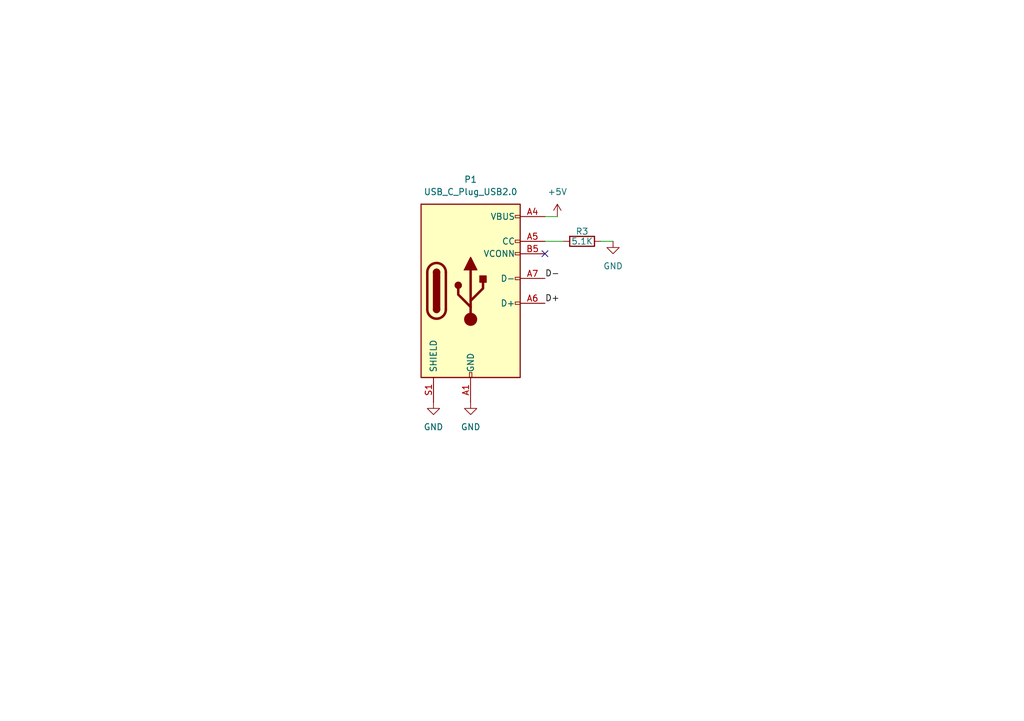
<source format=kicad_sch>
(kicad_sch (version 20250114) (generator "eeschema") (generator_version "9.0")
  (paper "A5")
  (lib_symbols
    (symbol "Connector:USB_C_Plug_USB2.0" (pin_names (offset 1.016))
      (property "Reference" "P" (at -10.16 19.05 0))
      (property "Value" "USB_C_Plug_USB2.0" (at 12.7 19.05 0))
      (symbol "USB_C_Plug_USB2.0_0_0"
        (rectangle (start -0.254 -17.78) (end 0.254 -16.764))
        (rectangle (start 10.16 15.494) (end 9.144 14.986))
        (rectangle (start 10.16 10.414) (end 9.144 9.906))
        (rectangle (start 10.16 7.874) (end 9.144 7.366))
        (rectangle (start 10.16 2.794) (end 9.144 2.286))
        (rectangle (start 10.16 -2.286) (end 9.144 -2.794))
      )
      (symbol "USB_C_Plug_USB2.0_0_1"
        (rectangle (start -10.16 17.78) (end 10.16 -17.78) (stroke (width 0.254)) (fill (type background)))
        (polyline (pts (xy -8.89 -3.81) (xy -8.89 3.81)) (stroke (width 0.508)))
        (rectangle (start -7.62 -3.81) (end -6.35 3.81) (stroke (width 0.254)) (fill (type outline)))
        (arc (start -7.62 3.81) (mid -6.985 4.4423) (end -6.35 3.81) (stroke (width 0.254)))
        (arc (start -7.62 3.81) (mid -6.985 4.4423) (end -6.35 3.81) (stroke (width 0.254)) (fill (type outline)))
        (arc (start -8.89 3.81) (mid -6.985 5.7067) (end -5.08 3.81) (stroke (width 0.508)))
        (arc (start -5.08 -3.81) (mid -6.985 -5.7067) (end -8.89 -3.81) (stroke (width 0.508)))
        (arc (start -6.35 -3.81) (mid -6.985 -4.4423) (end -7.62 -3.81) (stroke (width 0.254)))
        (arc (start -6.35 -3.81) (mid -6.985 -4.4423) (end -7.62 -3.81) (stroke (width 0.254)) (fill (type outline)))
        (polyline (pts (xy -5.08 3.81) (xy -5.08 -3.81)) (stroke (width 0.508)))
        (circle (center -2.54 1.143) (radius 0.635) (stroke (width 0.254)) (fill (type outline)))
        (polyline (pts (xy -1.27 4.318) (xy 0 6.858) (xy 1.27 4.318) (xy -1.27 4.318)) (stroke (width 0.254)) (fill (type outline)))
        (polyline (pts (xy 0 -2.032) (xy 2.54 0.508) (xy 2.54 1.778)) (stroke (width 0.508)))
        (polyline (pts (xy 0 -3.302) (xy -2.54 -0.762) (xy -2.54 0.508)) (stroke (width 0.508)))
        (polyline (pts (xy 0 -5.842) (xy 0 4.318)) (stroke (width 0.508)))
        (circle (center 0 -5.842) (radius 1.27) (fill (type outline)))
        (rectangle (start 1.905 1.778) (end 3.175 3.048) (stroke (width 0.254)) (fill (type outline)))
      )
      (symbol "USB_C_Plug_USB2.0_1_1"
        (pin passive line (at -7.62 -22.86 90) (length 5.08) (name "SHIELD") (number "S1"))
        (pin passive line (at 0 -22.86 90) (length 5.08) (name "GND") (number "A1"))
        (pin passive line (at 0 -22.86 90) (length 5.08) (hide yes) (name "GND") (number "A12"))
        (pin passive line (at 0 -22.86 90) (length 5.08) (hide yes) (name "GND") (number "B1"))
        (pin passive line (at 0 -22.86 90) (length 5.08) (hide yes) (name "GND") (number "B12"))
        (pin passive line (at 15.24 15.24 180) (length 5.08) (name "VBUS") (number "A4"))
        (pin passive line (at 15.24 15.24 180) (length 5.08) (hide yes) (name "VBUS") (number "A9"))
        (pin passive line (at 15.24 15.24 180) (length 5.08) (hide yes) (name "VBUS") (number "B4"))
        (pin passive line (at 15.24 15.24 180) (length 5.08) (hide yes) (name "VBUS") (number "B9"))
        (pin bidirectional line (at 15.24 10.16 180) (length 5.08) (name "CC") (number "A5"))
        (pin bidirectional line (at 15.24 7.62 180) (length 5.08) (name "VCONN") (number "B5"))
        (pin bidirectional line (at 15.24 2.54 180) (length 5.08) (name "D-") (number "A7"))
        (pin bidirectional line (at 15.24 -2.54 180) (length 5.08) (name "D+") (number "A6"))
      )
    )
    (symbol "Device:R" (pin_numbers (hide yes)) (pin_names (offset 0))
      (property "Reference" "R" (at 2.032 0 90))
      (property "Value" "R" (at 0 0 90))
      (symbol "R_0_1"
        (rectangle (start -1.016 -2.54) (end 1.016 2.54) (stroke (width 0.254)))
      )
      (symbol "R_1_1"
        (pin passive line (at 0 3.81 270) (length 1.27) (name "~") (number "1"))
        (pin passive line (at 0 -3.81 90) (length 1.27) (name "~") (number "2"))
      )
    )
    (symbol "power:+5V" (power) (pin_numbers (hide yes)) (pin_names (offset 0) (hide yes))
      (property "Value" "+5V" (at 0 3.556 0))
      (symbol "+5V_0_1"
        (polyline (pts (xy -0.762 1.27) (xy 0 2.54)))
        (polyline (pts (xy 0 2.54) (xy 0.762 1.27)))
        (polyline (pts (xy 0 0) (xy 0 2.54)))
      )
      (symbol "+5V_1_1"
        (pin power_in line (at 0 0 90) (length 0) (name "~") (number "1"))
      )
    )
    (symbol "power:GND" (power) (pin_numbers (hide yes)) (pin_names (offset 0) (hide yes))
      (property "Value" "GND" (at 0 -3.81 0))
      (symbol "GND_0_1"
        (polyline (pts (xy 0 0) (xy 0 -1.27) (xy 1.27 -1.27) (xy 0 -2.54) (xy -1.27 -1.27) (xy 0 -1.27)))
      )
      (symbol "GND_1_1"
        (pin power_in line (at 0 0 270) (length 0) (name "~") (number "1"))
      )
    )
  )
  (no_connect (at 111.76 52.07))
  (wire (pts (xy 125.73 49.53) (xy 123.19 49.53)))
  (wire (pts (xy 115.57 49.53) (xy 111.76 49.53)))
  (wire (pts (xy 114.3 44.45) (xy 111.76 44.45)))
  (label "D+" (at 111.76 62.23 0))
  (label "D-" (at 111.76 57.15 0))
  (symbol (lib_id "Device:R") (at 119.38 49.53 90) (unit 1)
    (property "Reference" "R3" (at 119.38 47.498 90))
    (property "Value" "5.1K" (at 119.38 49.53 90))
    (property "Description" "Resistor" (effects (hide yes)))
  )
  (symbol (lib_id "power:GND") (at 96.52 82.55 0) (unit 1)
    (property "Reference" "#PWR05" (effects (hide yes)))
    (property "Value" "GND" (at 96.52 87.63 0))
    (property "Description" "Power symbol creates a global label with name \"GND\" , ground" (effects (hide yes)))
  )
  (symbol (lib_id "power:+5V") (at 114.3 44.45 0) (unit 1)
    (property "Reference" "#PWR08" (effects (hide yes)))
    (property "Value" "+5V" (at 114.3 39.37 0))
    (property "Description" "Power symbol creates a global label with name \"+5V\"" (effects (hide yes)))
  )
  (symbol (lib_id "power:GND") (at 125.73 49.53 0) (unit 1)
    (property "Reference" "#PWR07" (effects (hide yes)))
    (property "Value" "GND" (at 125.73 54.61 0))
    (property "Description" "Power symbol creates a global label with name \"GND\" , ground" (effects (hide yes)))
  )
  (symbol (lib_id "Connector:USB_C_Plug_USB2.0") (at 96.52 59.69 0) (unit 1)
    (property "Reference" "P1" (at 96.52 36.83 0))
    (property "Value" "USB_C_Plug_USB2.0" (at 96.52 39.37 0))
    (property "Datasheet" "https://www.usb.org/sites/default/files/documents/usb_type-c.zip" (effects (hide yes)))
    (property "Description" "USB 2.0-only Type-C Plug connector" (effects (hide yes)))
  )
  (symbol (lib_id "power:GND") (at 88.9 82.55 0) (unit 1)
    (property "Reference" "#PWR06" (effects (hide yes)))
    (property "Value" "GND" (at 88.9 87.63 0))
    (property "Description" "Power symbol creates a global label with name \"GND\" , ground" (effects (hide yes)))
  )
)
</source>
